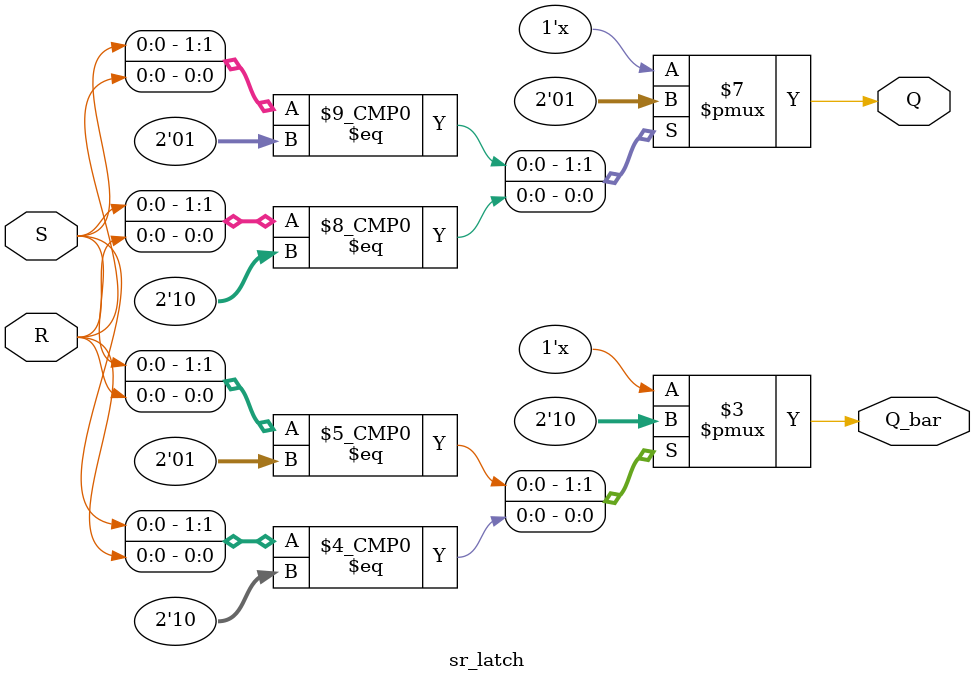
<source format=v>
module sr_latch (
    input wire S,         // Entrada Set
    input wire R,         // Entrada Reset
    output reg Q,         // Saída Q
    output reg Q_bar      // Saída complementar de Q (Q invertido)
);

    always @(S, R) begin
        case ({S, R})
            2'b00: begin
                Q <= Q;       // Se S e R forem ambos 0, mantenha o estado atual
                Q_bar <= Q_bar;
            end
            2'b01: begin
                Q <= 1'b0;    // Se S for 0 e R for 1, o latch é reset (Q = 0)
                Q_bar <= 1'b1;
            end
            2'b10: begin
                Q <= 1'b1;    // Se S for 1 e R for 0, o latch é set (Q = 1)
                Q_bar <= 1'b0;
            end
            2'b11: begin
                Q <= Q;       // Se S e R forem ambos 1, mantenha o estado atual
                Q_bar <= Q_bar;
            end
        endcase
    end

endmodule






</source>
